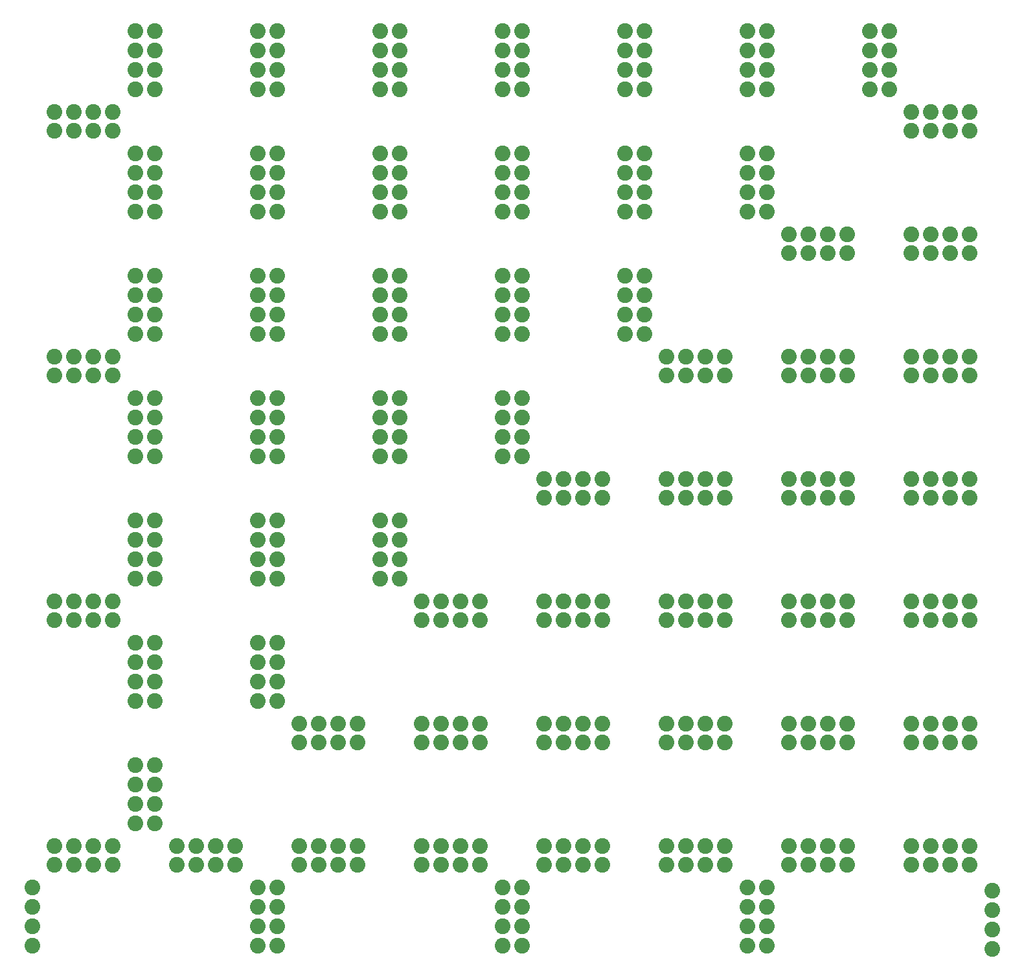
<source format=gbs>
G04 DipTrace 2.4.0.2*
%IN64xAPA102Cx16mm.gbs*%
%MOMM*%
%ADD30C,2.05*%
%FSLAX53Y53*%
G04*
G71*
G90*
G75*
G01*
%LNBotMask*%
%LPD*%
D30*
X19270Y27250D3*
Y24750D3*
X16730Y27250D3*
Y24750D3*
X21810Y27250D3*
Y24750D3*
X14190Y27250D3*
Y24750D3*
X27250Y32730D3*
X24750D3*
X27250Y35270D3*
X24750D3*
X27250Y30190D3*
X24750D3*
X27250Y37810D3*
X24750D3*
X32730Y24750D3*
Y27250D3*
X35270Y24750D3*
Y27250D3*
X30190Y24750D3*
Y27250D3*
X37810Y24750D3*
Y27250D3*
X43250Y16730D3*
X40750D3*
X43250Y19270D3*
X40750D3*
X43250Y14190D3*
X40750D3*
X43250Y21810D3*
X40750D3*
X51270Y27250D3*
Y24750D3*
X48730Y27250D3*
Y24750D3*
X53810Y27250D3*
Y24750D3*
X46190Y27250D3*
Y24750D3*
X51270Y43250D3*
Y40750D3*
X48730Y43250D3*
Y40750D3*
X53810Y43250D3*
Y40750D3*
X46190Y43250D3*
Y40750D3*
X40750Y51270D3*
X43250D3*
X40750Y48730D3*
X43250D3*
X40750Y53810D3*
X43250D3*
X40750Y46190D3*
X43250D3*
X24750Y51270D3*
X27250D3*
X24750Y48730D3*
X27250D3*
X24750Y53810D3*
X27250D3*
X24750Y46190D3*
X27250D3*
X19270Y59250D3*
Y56750D3*
X16730Y59250D3*
Y56750D3*
X21810Y59250D3*
Y56750D3*
X14190Y59250D3*
Y56750D3*
X27250Y64730D3*
X24750D3*
X27250Y67270D3*
X24750D3*
X27250Y62190D3*
X24750D3*
X27250Y69810D3*
X24750D3*
X43250Y64730D3*
X40750D3*
X43250Y67270D3*
X40750D3*
X43250Y62190D3*
X40750D3*
X43250Y69810D3*
X40750D3*
X59250Y64730D3*
X56750D3*
X59250Y67270D3*
X56750D3*
X59250Y62190D3*
X56750D3*
X59250Y69810D3*
X56750D3*
X64730Y56750D3*
Y59250D3*
X67270Y56750D3*
Y59250D3*
X62190Y56750D3*
Y59250D3*
X69810Y56750D3*
Y59250D3*
X64730Y40750D3*
Y43250D3*
X67270Y40750D3*
Y43250D3*
X62190Y40750D3*
Y43250D3*
X69810Y40750D3*
Y43250D3*
X64730Y24750D3*
Y27250D3*
X67270Y24750D3*
Y27250D3*
X62190Y24750D3*
Y27250D3*
X69810Y24750D3*
Y27250D3*
X75250Y16730D3*
X72750D3*
X75250Y19270D3*
X72750D3*
X75250Y14190D3*
X72750D3*
X75250Y21810D3*
X72750D3*
X83270Y27250D3*
Y24750D3*
X80730Y27250D3*
Y24750D3*
X85810Y27250D3*
Y24750D3*
X78190Y27250D3*
Y24750D3*
X83270Y43250D3*
Y40750D3*
X80730Y43250D3*
Y40750D3*
X85810Y43250D3*
Y40750D3*
X78190Y43250D3*
Y40750D3*
X83270Y59250D3*
Y56750D3*
X80730Y59250D3*
Y56750D3*
X85810Y59250D3*
Y56750D3*
X78190Y59250D3*
Y56750D3*
X83270Y75250D3*
Y72750D3*
X80730Y75250D3*
Y72750D3*
X85810Y75250D3*
Y72750D3*
X78190Y75250D3*
Y72750D3*
X72750Y83270D3*
X75250D3*
X72750Y80730D3*
X75250D3*
X72750Y85810D3*
X75250D3*
X72750Y78190D3*
X75250D3*
X56750Y83270D3*
X59250D3*
X56750Y80730D3*
X59250D3*
X56750Y85810D3*
X59250D3*
X56750Y78190D3*
X59250D3*
X40750Y83270D3*
X43250D3*
X40750Y80730D3*
X43250D3*
X40750Y85810D3*
X43250D3*
X40750Y78190D3*
X43250D3*
X24750Y83270D3*
X27250D3*
X24750Y80730D3*
X27250D3*
X24750Y85810D3*
X27250D3*
X24750Y78190D3*
X27250D3*
X19270Y91250D3*
Y88750D3*
X16730Y91250D3*
Y88750D3*
X21810Y91250D3*
Y88750D3*
X14190Y91250D3*
Y88750D3*
X27250Y96730D3*
X24750D3*
X27250Y99270D3*
X24750D3*
X27250Y94190D3*
X24750D3*
X27250Y101810D3*
X24750D3*
X43250Y96730D3*
X40750D3*
X43250Y99270D3*
X40750D3*
X43250Y94190D3*
X40750D3*
X43250Y101810D3*
X40750D3*
X59250Y96730D3*
X56750D3*
X59250Y99270D3*
X56750D3*
X59250Y94190D3*
X56750D3*
X59250Y101810D3*
X56750D3*
X75250Y96730D3*
X72750D3*
X75250Y99270D3*
X72750D3*
X75250Y94190D3*
X72750D3*
X75250Y101810D3*
X72750D3*
X91250Y96730D3*
X88750D3*
X91250Y99270D3*
X88750D3*
X91250Y94190D3*
X88750D3*
X91250Y101810D3*
X88750D3*
X96730Y88750D3*
Y91250D3*
X99270Y88750D3*
Y91250D3*
X94190Y88750D3*
Y91250D3*
X101810Y88750D3*
Y91250D3*
X96730Y72750D3*
Y75250D3*
X99270Y72750D3*
Y75250D3*
X94190Y72750D3*
Y75250D3*
X101810Y72750D3*
Y75250D3*
X96730Y56750D3*
Y59250D3*
X99270Y56750D3*
Y59250D3*
X94190Y56750D3*
Y59250D3*
X101810Y56750D3*
Y59250D3*
X96730Y40750D3*
Y43250D3*
X99270Y40750D3*
Y43250D3*
X94190Y40750D3*
Y43250D3*
X101810Y40750D3*
Y43250D3*
X96730Y24750D3*
Y27250D3*
X99270Y24750D3*
Y27250D3*
X94190Y24750D3*
Y27250D3*
X101810Y24750D3*
Y27250D3*
X107250Y16730D3*
X104750D3*
X107250Y19270D3*
X104750D3*
X107250Y14190D3*
X104750D3*
X107250Y21810D3*
X104750D3*
X115270Y27250D3*
Y24750D3*
X112730Y27250D3*
Y24750D3*
X117810Y27250D3*
Y24750D3*
X110190Y27250D3*
Y24750D3*
X115270Y43250D3*
Y40750D3*
X112730Y43250D3*
Y40750D3*
X117810Y43250D3*
Y40750D3*
X110190Y43250D3*
Y40750D3*
X115270Y59250D3*
Y56750D3*
X112730Y59250D3*
Y56750D3*
X117810Y59250D3*
Y56750D3*
X110190Y59250D3*
Y56750D3*
X115270Y75250D3*
Y72750D3*
X112730Y75250D3*
Y72750D3*
X117810Y75250D3*
Y72750D3*
X110190Y75250D3*
Y72750D3*
X115270Y91250D3*
Y88750D3*
X112730Y91250D3*
Y88750D3*
X117810Y91250D3*
Y88750D3*
X110190Y91250D3*
Y88750D3*
X115270Y107250D3*
Y104750D3*
X112730Y107250D3*
Y104750D3*
X117810Y107250D3*
Y104750D3*
X110190Y107250D3*
Y104750D3*
X104750Y115270D3*
X107250D3*
X104750Y112730D3*
X107250D3*
X104750Y117810D3*
X107250D3*
X104750Y110190D3*
X107250D3*
X88750Y115270D3*
X91250D3*
X88750Y112730D3*
X91250D3*
X88750Y117810D3*
X91250D3*
X88750Y110190D3*
X91250D3*
X72750Y115270D3*
X75250D3*
X72750Y112730D3*
X75250D3*
X72750Y117810D3*
X75250D3*
X72750Y110190D3*
X75250D3*
X56750Y115270D3*
X59250D3*
X56750Y112730D3*
X59250D3*
X56750Y117810D3*
X59250D3*
X56750Y110190D3*
X59250D3*
X40750Y115270D3*
X43250D3*
X40750Y112730D3*
X43250D3*
X40750Y117810D3*
X43250D3*
X40750Y110190D3*
X43250D3*
X24750Y115270D3*
X27250D3*
X24750Y112730D3*
X27250D3*
X24750Y117810D3*
X27250D3*
X24750Y110190D3*
X27250D3*
X19270Y123250D3*
Y120750D3*
X16730Y123250D3*
Y120750D3*
X21810Y123250D3*
Y120750D3*
X14190Y123250D3*
Y120750D3*
X27250Y128730D3*
X24750D3*
X27250Y131270D3*
X24750D3*
X27250Y126190D3*
X24750D3*
X27250Y133810D3*
X24750D3*
X43250Y128730D3*
X40750D3*
X43250Y131270D3*
X40750D3*
X43250Y126190D3*
X40750D3*
X43250Y133810D3*
X40750D3*
X59250Y128730D3*
X56750D3*
X59250Y131270D3*
X56750D3*
X59250Y126190D3*
X56750D3*
X59250Y133810D3*
X56750D3*
X75250Y128730D3*
X72750D3*
X75250Y131270D3*
X72750D3*
X75250Y126190D3*
X72750D3*
X75250Y133810D3*
X72750D3*
X91250Y128730D3*
X88750D3*
X91250Y131270D3*
X88750D3*
X91250Y126190D3*
X88750D3*
X91250Y133810D3*
X88750D3*
X107250Y128730D3*
X104750D3*
X107250Y131270D3*
X104750D3*
X107250Y126190D3*
X104750D3*
X107250Y133810D3*
X104750D3*
X123250Y128730D3*
X120750D3*
X123250Y131270D3*
X120750D3*
X123250Y126190D3*
X120750D3*
X123250Y133810D3*
X120750D3*
X128730Y120750D3*
Y123250D3*
X131270Y120750D3*
Y123250D3*
X126190Y120750D3*
Y123250D3*
X133810Y120750D3*
Y123250D3*
X128730Y104750D3*
Y107250D3*
X131270Y104750D3*
Y107250D3*
X126190Y104750D3*
Y107250D3*
X133810Y104750D3*
Y107250D3*
X128730Y88750D3*
Y91250D3*
X131270Y88750D3*
Y91250D3*
X126190Y88750D3*
Y91250D3*
X133810Y88750D3*
Y91250D3*
X128730Y72750D3*
Y75250D3*
X131270Y72750D3*
Y75250D3*
X126190Y72750D3*
Y75250D3*
X133810Y72750D3*
Y75250D3*
X128730Y56750D3*
Y59250D3*
X131270Y56750D3*
Y59250D3*
X126190Y56750D3*
Y59250D3*
X133810Y56750D3*
Y59250D3*
X128730Y40750D3*
Y43250D3*
X131270Y40750D3*
Y43250D3*
X126190Y40750D3*
Y43250D3*
X133810Y40750D3*
Y43250D3*
X128730Y24750D3*
Y27250D3*
X131270Y24750D3*
Y27250D3*
X126190Y24750D3*
Y27250D3*
X133810Y24750D3*
Y27250D3*
X136727Y16305D3*
Y18845D3*
Y13765D3*
Y21385D3*
X11250Y16730D3*
Y19270D3*
Y14190D3*
Y21810D3*
M02*

</source>
